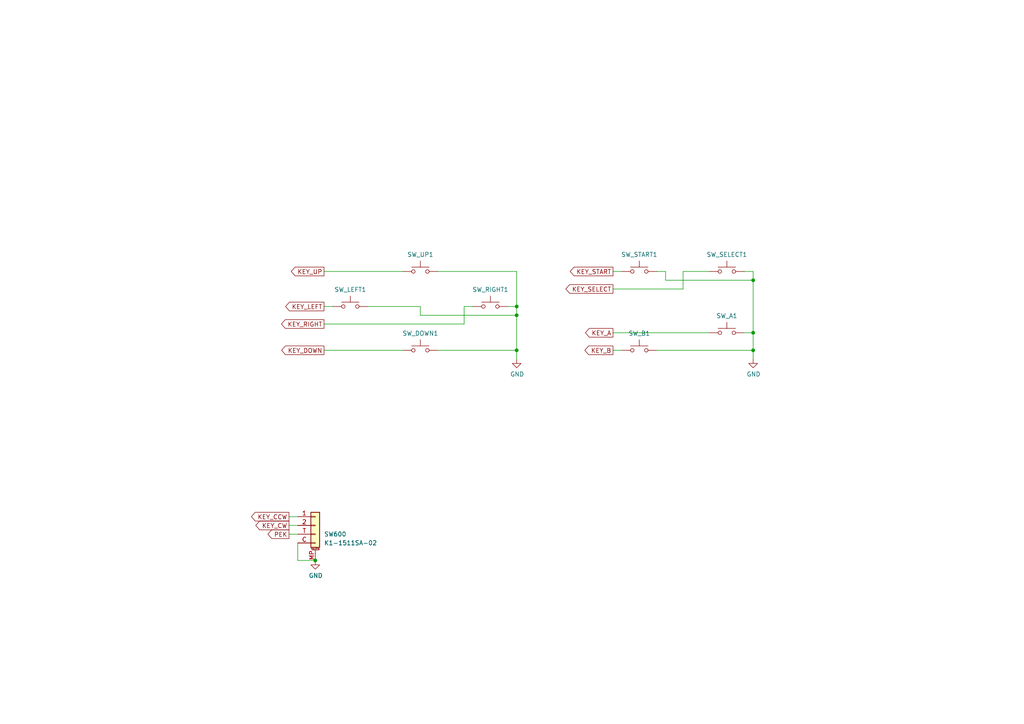
<source format=kicad_sch>
(kicad_sch (version 20210126) (generator eeschema)
  (paper "A4")
  (title_block (title "Fobu") (date "2021-02-17") (rev "0.3") (company "Wenting Zhang") (comment 1 "zephray@outlook.com"))
  (lib_symbols
    (symbol "Switch:SW_Push" (pin_numbers hide) (pin_names (offset 1.016) hide)
      (property "Reference" "SW" (at 1.27 2.54 0))
      (property "Value" "SW_Push" (at 0 -1.524 0))
      (symbol "SW_Push_0_1"
        (circle (center -2.032 0) (radius 0.508))
        (circle (center 2.032 0) (radius 0.508))
        (polyline (pts (xy 0 1.27) (xy 0 3.048)))
        (polyline (pts (xy 2.54 1.27) (xy -2.54 1.27)))
        (pin passive line (at -5.08 0 0) (length 2.54) (name "1") (number "1"))
        (pin passive line (at 5.08 0 180) (length 2.54) (name "2") (number "2"))
      )
    )
    (symbol "power:GND" (power) (pin_names (offset 0))
      (property "Value" "GND" (at 0 -3.81 0))
      (symbol "GND_0_1"
        (polyline (pts (xy 0 0) (xy 0 -1.27) (xy 1.27 -1.27) (xy 0 -2.54) (xy -1.27 -1.27) (xy 0 -1.27)))
      )
      (symbol "GND_1_1"
        (pin power_in line (at 0 0 270) (length 0) hide (name "GND") (number "1"))
      )
    )
    (symbol "symbols:K1-1511SA-02" (pin_names (offset 1.016) hide)
      (property "Reference" "SW" (at 0 5.08 0))
      (property "Value" "K1-1511SA-02" (at 1.27 -7.62 0))
      (symbol "K1-1511SA-02_1_1"
        (text "Mounting" (at 0 -6.731 0) (effects (font (size 0.381 0.381))))
        (rectangle (start -1.27 -4.953) (end 0 -5.207) (stroke (width 0.1524)))
        (rectangle (start -1.27 -2.413) (end 0 -2.667) (stroke (width 0.1524)))
        (rectangle (start -1.27 2.667) (end 0 2.413) (stroke (width 0.1524)))
        (rectangle (start -1.27 3.81) (end 1.27 -6.35) (stroke (width 0.254)) (fill (type background)))
        (rectangle (start -1.27 0.127) (end 0 -0.127) (stroke (width 0.1524)))
        (polyline (pts (xy -1.016 -7.112) (xy 1.016 -7.112)) (stroke (width 0.1524)))
        (pin passive line (at 0 -10.16 90) (length 3.048) (name "MountPin") (number "MP"))
        (pin passive line (at -5.08 2.54 0) (length 3.81) (name "Pin_1") (number "1"))
        (pin passive line (at -5.08 0 0) (length 3.81) (name "Pin_2") (number "2"))
        (pin passive line (at -5.08 -2.54 0) (length 3.81) (name "Pin_3") (number "T"))
        (pin passive line (at -5.08 -5.08 0) (length 3.81) (name "Pin_4") (number "C"))
      )
    )
  )
  (junction (at 91.44 162.56) (diameter 0.9144))
  (junction (at 149.86 88.9) (diameter 0.9144))
  (junction (at 149.86 91.44) (diameter 0.9144))
  (junction (at 149.86 101.6) (diameter 0.9144))
  (junction (at 218.44 81.28) (diameter 0.9144))
  (junction (at 218.44 96.52) (diameter 0.9144))
  (junction (at 218.44 101.6) (diameter 0.9144))
  (wire (pts (xy 83.82 149.86) (xy 86.36 149.86)))
  (wire (pts (xy 83.82 152.4) (xy 86.36 152.4)))
  (wire (pts (xy 83.82 154.94) (xy 86.36 154.94)))
  (wire (pts (xy 86.36 157.48) (xy 86.36 162.56)))
  (wire (pts (xy 86.36 162.56) (xy 91.44 162.56)))
  (wire (pts (xy 93.98 78.74) (xy 116.84 78.74)))
  (wire (pts (xy 93.98 88.9) (xy 96.52 88.9)))
  (wire (pts (xy 93.98 93.98) (xy 134.62 93.98)))
  (wire (pts (xy 93.98 101.6) (xy 116.84 101.6)))
  (wire (pts (xy 106.68 88.9) (xy 121.92 88.9)))
  (wire (pts (xy 121.92 88.9) (xy 121.92 91.44)))
  (wire (pts (xy 121.92 91.44) (xy 149.86 91.44)))
  (wire (pts (xy 127 78.74) (xy 149.86 78.74)))
  (wire (pts (xy 127 101.6) (xy 149.86 101.6)))
  (wire (pts (xy 134.62 88.9) (xy 137.16 88.9)))
  (wire (pts (xy 134.62 93.98) (xy 134.62 88.9)))
  (wire (pts (xy 147.32 88.9) (xy 149.86 88.9)))
  (wire (pts (xy 149.86 78.74) (xy 149.86 88.9)))
  (wire (pts (xy 149.86 88.9) (xy 149.86 91.44)))
  (wire (pts (xy 149.86 91.44) (xy 149.86 101.6)))
  (wire (pts (xy 149.86 101.6) (xy 149.86 104.14)))
  (wire (pts (xy 177.8 78.74) (xy 180.34 78.74)))
  (wire (pts (xy 177.8 83.82) (xy 198.12 83.82)))
  (wire (pts (xy 177.8 96.52) (xy 205.74 96.52)))
  (wire (pts (xy 177.8 101.6) (xy 180.34 101.6)))
  (wire (pts (xy 190.5 78.74) (xy 193.04 78.74)))
  (wire (pts (xy 190.5 101.6) (xy 218.44 101.6)))
  (wire (pts (xy 193.04 78.74) (xy 193.04 81.28)))
  (wire (pts (xy 193.04 81.28) (xy 218.44 81.28)))
  (wire (pts (xy 198.12 78.74) (xy 205.74 78.74)))
  (wire (pts (xy 198.12 83.82) (xy 198.12 78.74)))
  (wire (pts (xy 215.9 78.74) (xy 218.44 78.74)))
  (wire (pts (xy 215.9 96.52) (xy 218.44 96.52)))
  (wire (pts (xy 218.44 78.74) (xy 218.44 81.28)))
  (wire (pts (xy 218.44 81.28) (xy 218.44 96.52)))
  (wire (pts (xy 218.44 96.52) (xy 218.44 101.6)))
  (wire (pts (xy 218.44 101.6) (xy 218.44 104.14)))
  (global_label "KEY_CCW" (shape output) (at 83.82 149.86 180) (property "Intersheet References" "${INTERSHEET_REFS}" (effects hide)))
  (global_label "KEY_CW" (shape output) (at 83.82 152.4 180) (property "Intersheet References" "${INTERSHEET_REFS}" (effects hide)))
  (global_label "PEK" (shape output) (at 83.82 154.94 180) (property "Intersheet References" "${INTERSHEET_REFS}" (effects hide)))
  (global_label "KEY_UP" (shape output) (at 93.98 78.74 180) (property "Intersheet References" "${INTERSHEET_REFS}" (effects hide)))
  (global_label "KEY_LEFT" (shape output) (at 93.98 88.9 180) (property "Intersheet References" "${INTERSHEET_REFS}" (effects hide)))
  (global_label "KEY_RIGHT" (shape output) (at 93.98 93.98 180) (property "Intersheet References" "${INTERSHEET_REFS}" (effects hide)))
  (global_label "KEY_DOWN" (shape output) (at 93.98 101.6 180) (property "Intersheet References" "${INTERSHEET_REFS}" (effects hide)))
  (global_label "KEY_START" (shape output) (at 177.8 78.74 180) (property "Intersheet References" "${INTERSHEET_REFS}" (effects hide)))
  (global_label "KEY_SELECT" (shape output) (at 177.8 83.82 180) (property "Intersheet References" "${INTERSHEET_REFS}" (effects hide)))
  (global_label "KEY_A" (shape output) (at 177.8 96.52 180) (property "Intersheet References" "${INTERSHEET_REFS}" (effects hide)))
  (global_label "KEY_B" (shape output) (at 177.8 101.6 180) (property "Intersheet References" "${INTERSHEET_REFS}" (effects hide)))
  (symbol (lib_id "power:GND") (at 91.44 162.56 0) (unit 1)
    (property "Reference" "#PWR087" (effects hide))
    (property "Value" "GND" (at 91.567 166.9542 0))
  )
  (symbol (lib_id "power:GND") (at 149.86 104.14 0) (unit 1)
    (property "Reference" "#PWR0286" (effects hide))
    (property "Value" "GND" (at 149.987 108.5342 0))
  )
  (symbol (lib_id "power:GND") (at 218.44 104.14 0) (unit 1)
    (property "Reference" "#PWR0285" (effects hide))
    (property "Value" "GND" (at 218.567 108.5342 0))
  )
  (symbol (lib_id "Switch:SW_Push") (at 101.6 88.9 0) (unit 1)
    (property "Reference" "SW_LEFT1" (at 101.6 83.9978 0))
    (property "Value" "SW_Push" (effects hide))
    (property "Footprint" "footprint:SW_SPST_K21177SR" (effects hide))
  )
  (symbol (lib_id "Switch:SW_Push") (at 121.92 78.74 0) (unit 1)
    (property "Reference" "SW_UP1" (at 121.92 73.8378 0))
    (property "Value" "SW_Push" (effects hide))
    (property "Footprint" "footprint:SW_SPST_K21177SR" (effects hide))
  )
  (symbol (lib_id "Switch:SW_Push") (at 121.92 101.6 0) (unit 1)
    (property "Reference" "SW_DOWN1" (at 121.92 96.6978 0))
    (property "Value" "SW_Push" (effects hide))
    (property "Footprint" "footprint:SW_SPST_K21177SR" (effects hide))
  )
  (symbol (lib_id "Switch:SW_Push") (at 142.24 88.9 0) (unit 1)
    (property "Reference" "SW_RIGHT1" (at 142.24 83.9978 0))
    (property "Value" "SW_Push" (effects hide))
    (property "Footprint" "footprint:SW_SPST_K21177SR" (effects hide))
  )
  (symbol (lib_id "Switch:SW_Push") (at 185.42 78.74 0) (unit 1)
    (property "Reference" "SW_START1" (at 185.42 73.8378 0))
    (property "Value" "SW_Push" (effects hide))
    (property "Footprint" "footprint:SW_SPST_K21177SR" (effects hide))
  )
  (symbol (lib_id "Switch:SW_Push") (at 185.42 101.6 0) (unit 1)
    (property "Reference" "SW_B1" (at 185.42 96.6978 0))
    (property "Value" "SW_Push" (effects hide))
    (property "Footprint" "footprint:SW_SPST_K21177SR" (effects hide))
  )
  (symbol (lib_id "Switch:SW_Push") (at 210.82 78.74 0) (unit 1)
    (property "Reference" "SW_SELECT1" (at 210.82 73.8378 0))
    (property "Value" "SW_Push" (effects hide))
    (property "Footprint" "footprint:SW_SPST_K21177SR" (effects hide))
  )
  (symbol (lib_id "Switch:SW_Push") (at 210.82 96.52 0) (unit 1)
    (property "Reference" "SW_A1" (at 210.82 91.6178 0))
    (property "Value" "SW_Push" (effects hide))
    (property "Footprint" "footprint:SW_SPST_K21177SR" (effects hide))
  )
  (symbol (lib_id "symbols:K1-1511SA-02") (at 91.44 152.4 0) (unit 1)
    (property "Reference" "SW600" (at 93.98 154.94 0) (effects (justify left)))
    (property "Value" "K1-1511SA-02" (at 93.98 157.48 0) (effects (justify left)))
    (property "Footprint" "footprint:K1-1511SA-02" (effects hide))
    (property "Datasheet" "https://datasheet.lcsc.com/szlcsc/Korean-Hroparts-Elec-K1-1511SA-02_C145906.pdf" (effects hide))
  )
)
</source>
